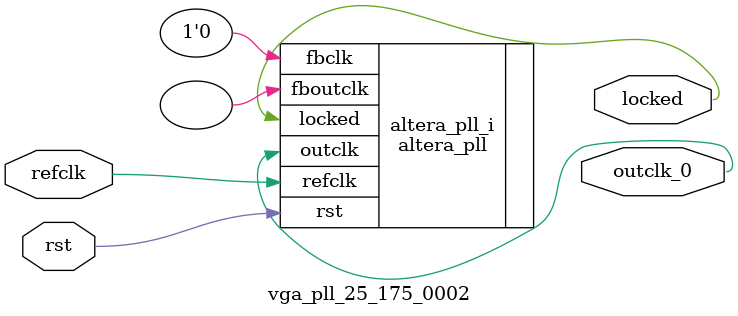
<source format=v>
`timescale 1ns/10ps
module  vga_pll_25_175_0002(

	// interface 'refclk'
	input wire refclk,

	// interface 'reset'
	input wire rst,

	// interface 'outclk0'
	output wire outclk_0,

	// interface 'locked'
	output wire locked
);

	altera_pll #(
		.fractional_vco_multiplier("false"),
		.reference_clock_frequency("50.0 MHz"),
		.operation_mode("direct"),
		.number_of_clocks(1),
		.output_clock_frequency0("25.175644 MHz"),
		.phase_shift0("0 ps"),
		.duty_cycle0(50),
		.output_clock_frequency1("0 MHz"),
		.phase_shift1("0 ps"),
		.duty_cycle1(50),
		.output_clock_frequency2("0 MHz"),
		.phase_shift2("0 ps"),
		.duty_cycle2(50),
		.output_clock_frequency3("0 MHz"),
		.phase_shift3("0 ps"),
		.duty_cycle3(50),
		.output_clock_frequency4("0 MHz"),
		.phase_shift4("0 ps"),
		.duty_cycle4(50),
		.output_clock_frequency5("0 MHz"),
		.phase_shift5("0 ps"),
		.duty_cycle5(50),
		.output_clock_frequency6("0 MHz"),
		.phase_shift6("0 ps"),
		.duty_cycle6(50),
		.output_clock_frequency7("0 MHz"),
		.phase_shift7("0 ps"),
		.duty_cycle7(50),
		.output_clock_frequency8("0 MHz"),
		.phase_shift8("0 ps"),
		.duty_cycle8(50),
		.output_clock_frequency9("0 MHz"),
		.phase_shift9("0 ps"),
		.duty_cycle9(50),
		.output_clock_frequency10("0 MHz"),
		.phase_shift10("0 ps"),
		.duty_cycle10(50),
		.output_clock_frequency11("0 MHz"),
		.phase_shift11("0 ps"),
		.duty_cycle11(50),
		.output_clock_frequency12("0 MHz"),
		.phase_shift12("0 ps"),
		.duty_cycle12(50),
		.output_clock_frequency13("0 MHz"),
		.phase_shift13("0 ps"),
		.duty_cycle13(50),
		.output_clock_frequency14("0 MHz"),
		.phase_shift14("0 ps"),
		.duty_cycle14(50),
		.output_clock_frequency15("0 MHz"),
		.phase_shift15("0 ps"),
		.duty_cycle15(50),
		.output_clock_frequency16("0 MHz"),
		.phase_shift16("0 ps"),
		.duty_cycle16(50),
		.output_clock_frequency17("0 MHz"),
		.phase_shift17("0 ps"),
		.duty_cycle17(50),
		.pll_type("General"),
		.pll_subtype("General")
	) altera_pll_i (
		.rst	(rst),
		.outclk	({outclk_0}),
		.locked	(locked),
		.fboutclk	( ),
		.fbclk	(1'b0),
		.refclk	(refclk)
	);
endmodule


</source>
